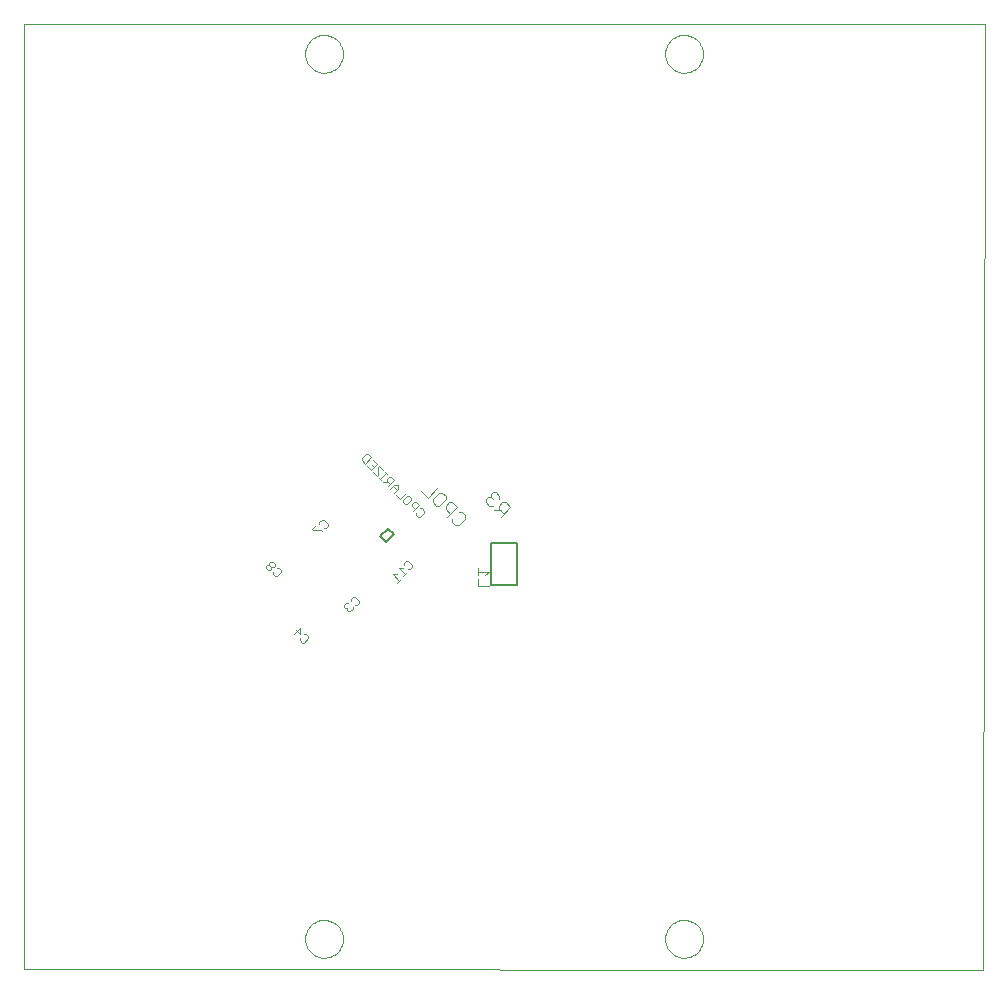
<source format=gbo>
G75*
%MOIN*%
%OFA0B0*%
%FSLAX24Y24*%
%IPPOS*%
%LPD*%
%AMOC8*
5,1,8,0,0,1.08239X$1,22.5*
%
%ADD10C,0.0000*%
%ADD11C,0.0030*%
%ADD12C,0.0050*%
%ADD13C,0.0040*%
D10*
X003760Y002393D02*
X003760Y033889D01*
X035780Y033889D01*
X035730Y002343D01*
X003760Y002393D01*
X013130Y003393D02*
X013132Y003443D01*
X013138Y003493D01*
X013148Y003542D01*
X013162Y003590D01*
X013179Y003637D01*
X013200Y003682D01*
X013225Y003726D01*
X013253Y003767D01*
X013285Y003806D01*
X013319Y003843D01*
X013356Y003877D01*
X013396Y003907D01*
X013438Y003934D01*
X013482Y003958D01*
X013528Y003979D01*
X013575Y003995D01*
X013623Y004008D01*
X013673Y004017D01*
X013722Y004022D01*
X013773Y004023D01*
X013823Y004020D01*
X013872Y004013D01*
X013921Y004002D01*
X013969Y003987D01*
X014015Y003969D01*
X014060Y003947D01*
X014103Y003921D01*
X014144Y003892D01*
X014183Y003860D01*
X014219Y003825D01*
X014251Y003787D01*
X014281Y003747D01*
X014308Y003704D01*
X014331Y003660D01*
X014350Y003614D01*
X014366Y003566D01*
X014378Y003517D01*
X014386Y003468D01*
X014390Y003418D01*
X014390Y003368D01*
X014386Y003318D01*
X014378Y003269D01*
X014366Y003220D01*
X014350Y003172D01*
X014331Y003126D01*
X014308Y003082D01*
X014281Y003039D01*
X014251Y002999D01*
X014219Y002961D01*
X014183Y002926D01*
X014144Y002894D01*
X014103Y002865D01*
X014060Y002839D01*
X014015Y002817D01*
X013969Y002799D01*
X013921Y002784D01*
X013872Y002773D01*
X013823Y002766D01*
X013773Y002763D01*
X013722Y002764D01*
X013673Y002769D01*
X013623Y002778D01*
X013575Y002791D01*
X013528Y002807D01*
X013482Y002828D01*
X013438Y002852D01*
X013396Y002879D01*
X013356Y002909D01*
X013319Y002943D01*
X013285Y002980D01*
X013253Y003019D01*
X013225Y003060D01*
X013200Y003104D01*
X013179Y003149D01*
X013162Y003196D01*
X013148Y003244D01*
X013138Y003293D01*
X013132Y003343D01*
X013130Y003393D01*
X025130Y003393D02*
X025132Y003443D01*
X025138Y003493D01*
X025148Y003542D01*
X025162Y003590D01*
X025179Y003637D01*
X025200Y003682D01*
X025225Y003726D01*
X025253Y003767D01*
X025285Y003806D01*
X025319Y003843D01*
X025356Y003877D01*
X025396Y003907D01*
X025438Y003934D01*
X025482Y003958D01*
X025528Y003979D01*
X025575Y003995D01*
X025623Y004008D01*
X025673Y004017D01*
X025722Y004022D01*
X025773Y004023D01*
X025823Y004020D01*
X025872Y004013D01*
X025921Y004002D01*
X025969Y003987D01*
X026015Y003969D01*
X026060Y003947D01*
X026103Y003921D01*
X026144Y003892D01*
X026183Y003860D01*
X026219Y003825D01*
X026251Y003787D01*
X026281Y003747D01*
X026308Y003704D01*
X026331Y003660D01*
X026350Y003614D01*
X026366Y003566D01*
X026378Y003517D01*
X026386Y003468D01*
X026390Y003418D01*
X026390Y003368D01*
X026386Y003318D01*
X026378Y003269D01*
X026366Y003220D01*
X026350Y003172D01*
X026331Y003126D01*
X026308Y003082D01*
X026281Y003039D01*
X026251Y002999D01*
X026219Y002961D01*
X026183Y002926D01*
X026144Y002894D01*
X026103Y002865D01*
X026060Y002839D01*
X026015Y002817D01*
X025969Y002799D01*
X025921Y002784D01*
X025872Y002773D01*
X025823Y002766D01*
X025773Y002763D01*
X025722Y002764D01*
X025673Y002769D01*
X025623Y002778D01*
X025575Y002791D01*
X025528Y002807D01*
X025482Y002828D01*
X025438Y002852D01*
X025396Y002879D01*
X025356Y002909D01*
X025319Y002943D01*
X025285Y002980D01*
X025253Y003019D01*
X025225Y003060D01*
X025200Y003104D01*
X025179Y003149D01*
X025162Y003196D01*
X025148Y003244D01*
X025138Y003293D01*
X025132Y003343D01*
X025130Y003393D01*
X025130Y032893D02*
X025132Y032943D01*
X025138Y032993D01*
X025148Y033042D01*
X025162Y033090D01*
X025179Y033137D01*
X025200Y033182D01*
X025225Y033226D01*
X025253Y033267D01*
X025285Y033306D01*
X025319Y033343D01*
X025356Y033377D01*
X025396Y033407D01*
X025438Y033434D01*
X025482Y033458D01*
X025528Y033479D01*
X025575Y033495D01*
X025623Y033508D01*
X025673Y033517D01*
X025722Y033522D01*
X025773Y033523D01*
X025823Y033520D01*
X025872Y033513D01*
X025921Y033502D01*
X025969Y033487D01*
X026015Y033469D01*
X026060Y033447D01*
X026103Y033421D01*
X026144Y033392D01*
X026183Y033360D01*
X026219Y033325D01*
X026251Y033287D01*
X026281Y033247D01*
X026308Y033204D01*
X026331Y033160D01*
X026350Y033114D01*
X026366Y033066D01*
X026378Y033017D01*
X026386Y032968D01*
X026390Y032918D01*
X026390Y032868D01*
X026386Y032818D01*
X026378Y032769D01*
X026366Y032720D01*
X026350Y032672D01*
X026331Y032626D01*
X026308Y032582D01*
X026281Y032539D01*
X026251Y032499D01*
X026219Y032461D01*
X026183Y032426D01*
X026144Y032394D01*
X026103Y032365D01*
X026060Y032339D01*
X026015Y032317D01*
X025969Y032299D01*
X025921Y032284D01*
X025872Y032273D01*
X025823Y032266D01*
X025773Y032263D01*
X025722Y032264D01*
X025673Y032269D01*
X025623Y032278D01*
X025575Y032291D01*
X025528Y032307D01*
X025482Y032328D01*
X025438Y032352D01*
X025396Y032379D01*
X025356Y032409D01*
X025319Y032443D01*
X025285Y032480D01*
X025253Y032519D01*
X025225Y032560D01*
X025200Y032604D01*
X025179Y032649D01*
X025162Y032696D01*
X025148Y032744D01*
X025138Y032793D01*
X025132Y032843D01*
X025130Y032893D01*
X013130Y032893D02*
X013132Y032943D01*
X013138Y032993D01*
X013148Y033042D01*
X013162Y033090D01*
X013179Y033137D01*
X013200Y033182D01*
X013225Y033226D01*
X013253Y033267D01*
X013285Y033306D01*
X013319Y033343D01*
X013356Y033377D01*
X013396Y033407D01*
X013438Y033434D01*
X013482Y033458D01*
X013528Y033479D01*
X013575Y033495D01*
X013623Y033508D01*
X013673Y033517D01*
X013722Y033522D01*
X013773Y033523D01*
X013823Y033520D01*
X013872Y033513D01*
X013921Y033502D01*
X013969Y033487D01*
X014015Y033469D01*
X014060Y033447D01*
X014103Y033421D01*
X014144Y033392D01*
X014183Y033360D01*
X014219Y033325D01*
X014251Y033287D01*
X014281Y033247D01*
X014308Y033204D01*
X014331Y033160D01*
X014350Y033114D01*
X014366Y033066D01*
X014378Y033017D01*
X014386Y032968D01*
X014390Y032918D01*
X014390Y032868D01*
X014386Y032818D01*
X014378Y032769D01*
X014366Y032720D01*
X014350Y032672D01*
X014331Y032626D01*
X014308Y032582D01*
X014281Y032539D01*
X014251Y032499D01*
X014219Y032461D01*
X014183Y032426D01*
X014144Y032394D01*
X014103Y032365D01*
X014060Y032339D01*
X014015Y032317D01*
X013969Y032299D01*
X013921Y032284D01*
X013872Y032273D01*
X013823Y032266D01*
X013773Y032263D01*
X013722Y032264D01*
X013673Y032269D01*
X013623Y032278D01*
X013575Y032291D01*
X013528Y032307D01*
X013482Y032328D01*
X013438Y032352D01*
X013396Y032379D01*
X013356Y032409D01*
X013319Y032443D01*
X013285Y032480D01*
X013253Y032519D01*
X013225Y032560D01*
X013200Y032604D01*
X013179Y032649D01*
X013162Y032696D01*
X013148Y032744D01*
X013138Y032793D01*
X013132Y032843D01*
X013130Y032893D01*
D11*
X015149Y019544D02*
X015217Y019544D01*
X015320Y019441D01*
X015114Y019236D01*
X015012Y019339D01*
X015012Y019407D01*
X015149Y019544D01*
X015391Y019370D02*
X015528Y019233D01*
X015323Y019028D01*
X015186Y019164D01*
X015357Y019199D02*
X015425Y019130D01*
X015565Y019127D02*
X015565Y018853D01*
X015531Y018819D01*
X015394Y018956D01*
X015565Y019127D02*
X015600Y019161D01*
X015736Y019024D01*
X015807Y018954D02*
X015875Y018886D01*
X015841Y018920D02*
X015636Y018715D01*
X015670Y018680D02*
X015602Y018749D01*
X015742Y018609D02*
X015878Y018609D01*
X015844Y018643D02*
X015947Y018540D01*
X015878Y018472D02*
X016084Y018677D01*
X015981Y018780D01*
X015913Y018780D01*
X015844Y018711D01*
X015844Y018643D01*
X016053Y018503D02*
X016189Y018366D01*
X016224Y018400D02*
X016087Y018264D01*
X016158Y018192D02*
X016295Y018055D01*
X016500Y018260D01*
X016538Y018155D02*
X016606Y018155D01*
X016675Y018086D01*
X016675Y018018D01*
X016538Y017881D01*
X016469Y017881D01*
X016401Y017950D01*
X016401Y018018D01*
X016538Y018155D01*
X016746Y017946D02*
X016678Y017878D01*
X016678Y017810D01*
X016780Y017707D01*
X016712Y017639D02*
X016917Y017844D01*
X016814Y017946D01*
X016746Y017946D01*
X016954Y017738D02*
X017023Y017738D01*
X017091Y017670D01*
X017091Y017601D01*
X016954Y017464D01*
X016886Y017464D01*
X016818Y017533D01*
X016818Y017601D01*
X016224Y018400D02*
X016224Y018537D01*
X016087Y018537D01*
X015950Y018400D01*
X013882Y017229D02*
X013882Y017161D01*
X013814Y017092D01*
X013746Y017092D01*
X013674Y017021D02*
X013708Y016986D01*
X013674Y017021D02*
X013400Y017021D01*
X013366Y017055D01*
X013503Y017192D01*
X013609Y017229D02*
X013609Y017297D01*
X013677Y017366D01*
X013746Y017366D01*
X013882Y017229D01*
X012319Y015689D02*
X012319Y015621D01*
X012183Y015484D01*
X012114Y015484D01*
X012046Y015552D01*
X012046Y015621D01*
X011974Y015692D02*
X012008Y015727D01*
X012008Y015795D01*
X011940Y015863D01*
X011872Y015863D01*
X011837Y015829D01*
X011837Y015761D01*
X011906Y015692D01*
X011974Y015692D01*
X012008Y015795D02*
X012077Y015795D01*
X012111Y015829D01*
X012111Y015898D01*
X012043Y015966D01*
X011974Y015966D01*
X011940Y015932D01*
X011940Y015863D01*
X012183Y015758D02*
X012251Y015758D01*
X012319Y015689D01*
X012955Y013752D02*
X012955Y013547D01*
X012818Y013684D01*
X012750Y013547D02*
X012955Y013752D01*
X013095Y013544D02*
X013164Y013544D01*
X013232Y013476D01*
X013232Y013407D01*
X013095Y013270D01*
X013027Y013270D01*
X012958Y013339D01*
X012958Y013407D01*
X014437Y014458D02*
X014471Y014424D01*
X014539Y014424D01*
X014539Y014355D01*
X014574Y014321D01*
X014642Y014321D01*
X014710Y014390D01*
X014710Y014458D01*
X014782Y014530D02*
X014850Y014530D01*
X014919Y014598D01*
X014919Y014666D01*
X014782Y014803D01*
X014714Y014803D01*
X014645Y014735D01*
X014645Y014666D01*
X014574Y014595D02*
X014505Y014595D01*
X014437Y014526D01*
X014437Y014458D01*
X014539Y014424D02*
X014574Y014458D01*
X016185Y015264D02*
X016322Y015401D01*
X016253Y015332D02*
X016048Y015538D01*
X016185Y015538D01*
X016393Y015472D02*
X016530Y015609D01*
X016462Y015541D02*
X016256Y015746D01*
X016393Y015746D01*
X016430Y015852D02*
X016430Y015920D01*
X016499Y015989D01*
X016567Y015989D01*
X016704Y015852D01*
X016704Y015783D01*
X016636Y015715D01*
X016567Y015715D01*
D12*
X015831Y016617D02*
X016086Y016872D01*
X015888Y017070D01*
X015633Y016815D01*
X015831Y016617D01*
X019316Y016593D02*
X019316Y015193D01*
X020203Y015193D01*
X020203Y016593D01*
X019316Y016593D01*
D13*
X018897Y015754D02*
X018897Y015514D01*
X018897Y015634D02*
X019257Y015634D01*
X019137Y015514D01*
X018897Y015385D02*
X018897Y015145D01*
X019257Y015145D01*
X018245Y017181D02*
X018136Y017181D01*
X018028Y017290D01*
X018028Y017398D01*
X017973Y017561D02*
X017811Y017724D01*
X017811Y017832D01*
X017919Y017941D01*
X018028Y017941D01*
X018190Y017778D01*
X017865Y017452D01*
X018245Y017615D02*
X018353Y017615D01*
X018462Y017507D01*
X018462Y017398D01*
X018245Y017181D01*
X017594Y017832D02*
X017485Y017832D01*
X017377Y017941D01*
X017377Y018049D01*
X017594Y018266D01*
X017702Y018266D01*
X017811Y018158D01*
X017811Y018049D01*
X017594Y017832D01*
X017214Y018103D02*
X016997Y018320D01*
X017214Y018103D02*
X017539Y018429D01*
X019160Y018054D02*
X019160Y017945D01*
X019269Y017837D01*
X019377Y017837D01*
X019431Y017674D02*
X019648Y017674D01*
X019594Y017728D02*
X019757Y017565D01*
X019648Y017457D02*
X019974Y017782D01*
X019811Y017945D01*
X019703Y017945D01*
X019594Y017837D01*
X019594Y017728D01*
X019594Y018054D02*
X019594Y018162D01*
X019486Y018271D01*
X019377Y018271D01*
X019323Y018217D01*
X019323Y018108D01*
X019214Y018108D01*
X019160Y018054D01*
X019323Y018108D02*
X019377Y018054D01*
M02*

</source>
